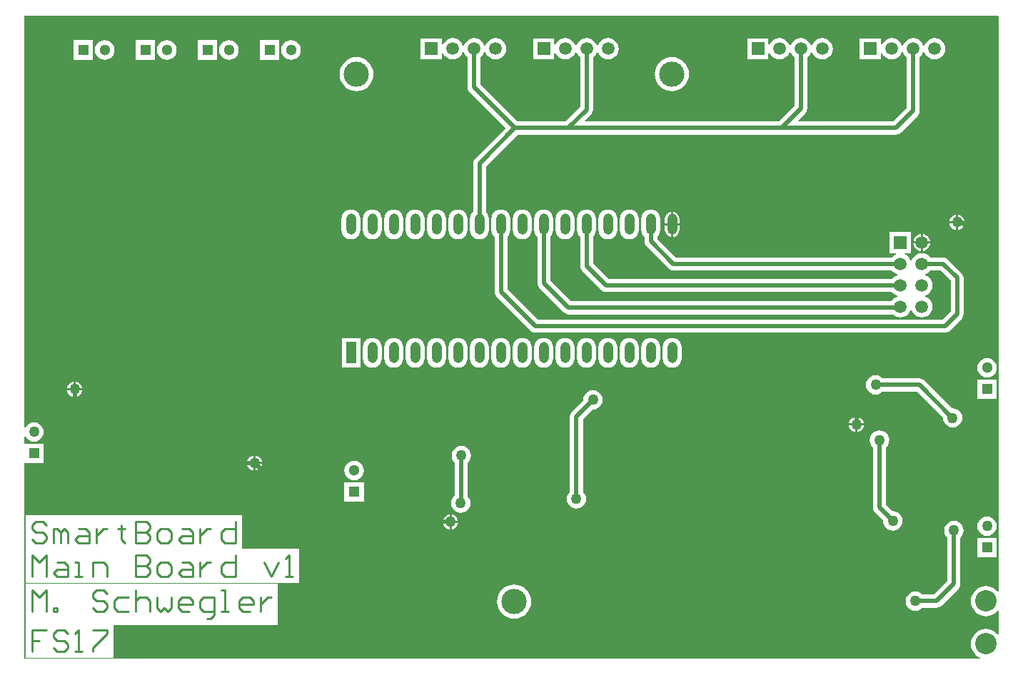
<source format=gtl>
%FSLAX25Y25*%
%MOIN*%
G70*
G01*
G75*
G04 Layer_Physical_Order=1*
G04 Layer_Color=255*
%ADD10C,0.02000*%
%ADD11C,0.01000*%
%ADD12C,0.10000*%
%ADD13C,0.05118*%
%ADD14R,0.05118X0.05118*%
%ADD15R,0.05118X0.05118*%
%ADD16C,0.11811*%
%ADD17R,0.05000X0.05000*%
%ADD18C,0.05000*%
%ADD19R,0.04724X0.09843*%
%ADD20O,0.04724X0.09843*%
%ADD21R,0.05906X0.05906*%
%ADD22C,0.05906*%
%ADD23R,0.05906X0.05906*%
G36*
X462500Y307500D02*
Y39011D01*
X462000Y38832D01*
X461474Y39474D01*
X460408Y40349D01*
X459192Y40999D01*
X457872Y41399D01*
X456500Y41534D01*
X455128Y41399D01*
X453808Y40999D01*
X452592Y40349D01*
X451526Y39474D01*
X450652Y38408D01*
X450002Y37192D01*
X449601Y35872D01*
X449466Y34500D01*
X449601Y33128D01*
X450002Y31808D01*
X450652Y30592D01*
X451526Y29526D01*
X452592Y28651D01*
X453808Y28001D01*
X455128Y27601D01*
X456500Y27466D01*
X457872Y27601D01*
X459192Y28001D01*
X460408Y28651D01*
X461474Y29526D01*
X462000Y30168D01*
X462500Y29989D01*
Y19011D01*
X462000Y18832D01*
X461474Y19474D01*
X460408Y20348D01*
X459192Y20998D01*
X457872Y21399D01*
X456500Y21534D01*
X455128Y21399D01*
X453808Y20998D01*
X452592Y20348D01*
X451526Y19474D01*
X450652Y18408D01*
X450002Y17192D01*
X449601Y15872D01*
X449466Y14500D01*
X449601Y13128D01*
X450002Y11808D01*
X450652Y10592D01*
X451526Y9526D01*
X452592Y8652D01*
X453808Y8002D01*
X453813Y8000D01*
X453739Y7500D01*
X7500D01*
Y99000D01*
X16500D01*
Y108000D01*
X7500D01*
Y111298D01*
X8000Y111398D01*
X8069Y111231D01*
X8791Y110291D01*
X9731Y109569D01*
X10825Y109116D01*
X12000Y108961D01*
X13175Y109116D01*
X14269Y109569D01*
X15209Y110291D01*
X15931Y111231D01*
X16384Y112325D01*
X16539Y113500D01*
X16384Y114675D01*
X15931Y115769D01*
X15209Y116709D01*
X14269Y117431D01*
X13175Y117884D01*
X12000Y118039D01*
X10825Y117884D01*
X9731Y117431D01*
X8791Y116709D01*
X8069Y115769D01*
X8000Y115602D01*
X7500Y115702D01*
Y308000D01*
X462000D01*
X462500Y307500D01*
D02*
G37*
%LPC*%
G36*
X34464Y133000D02*
X31500D01*
Y130036D01*
X31914Y130090D01*
X32765Y130443D01*
X33496Y131004D01*
X34057Y131735D01*
X34410Y132586D01*
X34464Y133000D01*
D02*
G37*
G36*
X30500D02*
X27536D01*
X27590Y132586D01*
X27943Y131735D01*
X28504Y131004D01*
X29235Y130443D01*
X30086Y130090D01*
X30500Y130036D01*
Y133000D01*
D02*
G37*
G36*
X31500Y136964D02*
Y134000D01*
X34464D01*
X34410Y134414D01*
X34057Y135265D01*
X33496Y135996D01*
X32765Y136557D01*
X31914Y136910D01*
X31500Y136964D01*
D02*
G37*
G36*
X30500D02*
X30086Y136910D01*
X29235Y136557D01*
X28504Y135996D01*
X27943Y135265D01*
X27590Y134414D01*
X27536Y134000D01*
X30500D01*
Y136964D01*
D02*
G37*
G36*
X461559Y138059D02*
X452441D01*
Y128941D01*
X461559D01*
Y138059D01*
D02*
G37*
G36*
X395500Y120464D02*
X395086Y120410D01*
X394235Y120057D01*
X393504Y119496D01*
X392943Y118765D01*
X392590Y117914D01*
X392536Y117500D01*
X395500D01*
Y120464D01*
D02*
G37*
G36*
X405000Y140039D02*
X403825Y139884D01*
X402731Y139431D01*
X401791Y138709D01*
X401069Y137769D01*
X400616Y136675D01*
X400461Y135500D01*
X400616Y134325D01*
X401069Y133231D01*
X401791Y132291D01*
X402731Y131569D01*
X403825Y131116D01*
X405000Y130961D01*
X406175Y131116D01*
X407269Y131569D01*
X408209Y132291D01*
X408350Y132474D01*
X424247D01*
X436399Y120322D01*
X436369Y120092D01*
X436523Y118918D01*
X436977Y117823D01*
X437698Y116883D01*
X438638Y116162D01*
X439733Y115708D01*
X440907Y115554D01*
X442082Y115708D01*
X443177Y116162D01*
X444117Y116883D01*
X444838Y117823D01*
X445292Y118918D01*
X445446Y120092D01*
X445292Y121267D01*
X444838Y122362D01*
X444117Y123302D01*
X443177Y124023D01*
X442082Y124477D01*
X440907Y124631D01*
X440678Y124601D01*
X427640Y137640D01*
X427013Y138120D01*
X426799Y138209D01*
X426283Y138423D01*
X425500Y138526D01*
X408350D01*
X408209Y138709D01*
X407269Y139431D01*
X406175Y139884D01*
X405000Y140039D01*
D02*
G37*
G36*
X273000Y133039D02*
X271825Y132884D01*
X270731Y132431D01*
X269791Y131709D01*
X269069Y130769D01*
X268616Y129675D01*
X268461Y128500D01*
X268491Y128271D01*
X263136Y122915D01*
X262655Y122289D01*
X262567Y122075D01*
X262353Y121559D01*
X262250Y120776D01*
Y85575D01*
X262066Y85434D01*
X261345Y84494D01*
X260891Y83399D01*
X260737Y82224D01*
X260891Y81050D01*
X261345Y79955D01*
X262066Y79015D01*
X263006Y78294D01*
X264101Y77840D01*
X265276Y77686D01*
X266450Y77840D01*
X267545Y78294D01*
X268485Y79015D01*
X269206Y79955D01*
X269660Y81050D01*
X269814Y82224D01*
X269660Y83399D01*
X269206Y84494D01*
X268485Y85434D01*
X268302Y85575D01*
Y119522D01*
X272771Y123991D01*
X273000Y123961D01*
X274175Y124116D01*
X275269Y124569D01*
X276209Y125291D01*
X276931Y126231D01*
X277384Y127325D01*
X277539Y128500D01*
X277384Y129675D01*
X276931Y130769D01*
X276209Y131709D01*
X275269Y132431D01*
X274175Y132884D01*
X273000Y133039D01*
D02*
G37*
G36*
X396500Y120464D02*
Y117500D01*
X399464D01*
X399410Y117914D01*
X399057Y118765D01*
X398496Y119496D01*
X397765Y120057D01*
X396914Y120410D01*
X396500Y120464D01*
D02*
G37*
G36*
X220000Y157459D02*
X218861Y157309D01*
X217800Y156869D01*
X216889Y156170D01*
X216190Y155259D01*
X215750Y154198D01*
X215600Y153059D01*
Y147941D01*
X215750Y146802D01*
X216190Y145741D01*
X216889Y144830D01*
X217800Y144131D01*
X218861Y143691D01*
X220000Y143541D01*
X221139Y143691D01*
X222200Y144131D01*
X223111Y144830D01*
X223810Y145741D01*
X224250Y146802D01*
X224400Y147941D01*
Y153059D01*
X224250Y154198D01*
X223810Y155259D01*
X223111Y156170D01*
X222200Y156869D01*
X221139Y157309D01*
X220000Y157459D01*
D02*
G37*
G36*
X210000D02*
X208861Y157309D01*
X207800Y156869D01*
X206889Y156170D01*
X206190Y155259D01*
X205750Y154198D01*
X205600Y153059D01*
Y147941D01*
X205750Y146802D01*
X206190Y145741D01*
X206889Y144830D01*
X207800Y144131D01*
X208861Y143691D01*
X210000Y143541D01*
X211139Y143691D01*
X212200Y144131D01*
X213111Y144830D01*
X213810Y145741D01*
X214250Y146802D01*
X214400Y147941D01*
Y153059D01*
X214250Y154198D01*
X213810Y155259D01*
X213111Y156170D01*
X212200Y156869D01*
X211139Y157309D01*
X210000Y157459D01*
D02*
G37*
G36*
X230000D02*
X228861Y157309D01*
X227800Y156869D01*
X226889Y156170D01*
X226190Y155259D01*
X225750Y154198D01*
X225600Y153059D01*
Y147941D01*
X225750Y146802D01*
X226190Y145741D01*
X226889Y144830D01*
X227800Y144131D01*
X228861Y143691D01*
X230000Y143541D01*
X231139Y143691D01*
X232200Y144131D01*
X233111Y144830D01*
X233810Y145741D01*
X234250Y146802D01*
X234400Y147941D01*
Y153059D01*
X234250Y154198D01*
X233810Y155259D01*
X233111Y156170D01*
X232200Y156869D01*
X231139Y157309D01*
X230000Y157459D01*
D02*
G37*
G36*
X250000D02*
X248861Y157309D01*
X247800Y156869D01*
X246889Y156170D01*
X246190Y155259D01*
X245750Y154198D01*
X245600Y153059D01*
Y147941D01*
X245750Y146802D01*
X246190Y145741D01*
X246889Y144830D01*
X247800Y144131D01*
X248861Y143691D01*
X250000Y143541D01*
X251139Y143691D01*
X252200Y144131D01*
X253111Y144830D01*
X253810Y145741D01*
X254250Y146802D01*
X254400Y147941D01*
Y153059D01*
X254250Y154198D01*
X253810Y155259D01*
X253111Y156170D01*
X252200Y156869D01*
X251139Y157309D01*
X250000Y157459D01*
D02*
G37*
G36*
X240000D02*
X238861Y157309D01*
X237800Y156869D01*
X236889Y156170D01*
X236190Y155259D01*
X235750Y154198D01*
X235600Y153059D01*
Y147941D01*
X235750Y146802D01*
X236190Y145741D01*
X236889Y144830D01*
X237800Y144131D01*
X238861Y143691D01*
X240000Y143541D01*
X241139Y143691D01*
X242200Y144131D01*
X243111Y144830D01*
X243810Y145741D01*
X244250Y146802D01*
X244400Y147941D01*
Y153059D01*
X244250Y154198D01*
X243810Y155259D01*
X243111Y156170D01*
X242200Y156869D01*
X241139Y157309D01*
X240000Y157459D01*
D02*
G37*
G36*
X170000D02*
X168861Y157309D01*
X167800Y156869D01*
X166889Y156170D01*
X166190Y155259D01*
X165750Y154198D01*
X165600Y153059D01*
Y147941D01*
X165750Y146802D01*
X166190Y145741D01*
X166889Y144830D01*
X167800Y144131D01*
X168861Y143691D01*
X170000Y143541D01*
X171139Y143691D01*
X172200Y144131D01*
X173111Y144830D01*
X173810Y145741D01*
X174250Y146802D01*
X174400Y147941D01*
Y153059D01*
X174250Y154198D01*
X173810Y155259D01*
X173111Y156170D01*
X172200Y156869D01*
X171139Y157309D01*
X170000Y157459D01*
D02*
G37*
G36*
X457000Y148098D02*
X455810Y147942D01*
X454701Y147482D01*
X453748Y146751D01*
X453018Y145799D01*
X452558Y144690D01*
X452402Y143500D01*
X452558Y142310D01*
X453018Y141201D01*
X453748Y140249D01*
X454701Y139518D01*
X455810Y139058D01*
X457000Y138902D01*
X458190Y139058D01*
X459299Y139518D01*
X460252Y140249D01*
X460982Y141201D01*
X461442Y142310D01*
X461598Y143500D01*
X461442Y144690D01*
X460982Y145799D01*
X460252Y146751D01*
X459299Y147482D01*
X458190Y147942D01*
X457000Y148098D01*
D02*
G37*
G36*
X180000Y157459D02*
X178861Y157309D01*
X177800Y156869D01*
X176889Y156170D01*
X176190Y155259D01*
X175750Y154198D01*
X175600Y153059D01*
Y147941D01*
X175750Y146802D01*
X176190Y145741D01*
X176889Y144830D01*
X177800Y144131D01*
X178861Y143691D01*
X180000Y143541D01*
X181139Y143691D01*
X182200Y144131D01*
X183111Y144830D01*
X183810Y145741D01*
X184250Y146802D01*
X184400Y147941D01*
Y153059D01*
X184250Y154198D01*
X183810Y155259D01*
X183111Y156170D01*
X182200Y156869D01*
X181139Y157309D01*
X180000Y157459D01*
D02*
G37*
G36*
X200000D02*
X198861Y157309D01*
X197800Y156869D01*
X196889Y156170D01*
X196190Y155259D01*
X195750Y154198D01*
X195600Y153059D01*
Y147941D01*
X195750Y146802D01*
X196190Y145741D01*
X196889Y144830D01*
X197800Y144131D01*
X198861Y143691D01*
X200000Y143541D01*
X201139Y143691D01*
X202200Y144131D01*
X203111Y144830D01*
X203810Y145741D01*
X204250Y146802D01*
X204400Y147941D01*
Y153059D01*
X204250Y154198D01*
X203810Y155259D01*
X203111Y156170D01*
X202200Y156869D01*
X201139Y157309D01*
X200000Y157459D01*
D02*
G37*
G36*
X190000D02*
X188861Y157309D01*
X187800Y156869D01*
X186889Y156170D01*
X186190Y155259D01*
X185750Y154198D01*
X185600Y153059D01*
Y147941D01*
X185750Y146802D01*
X186190Y145741D01*
X186889Y144830D01*
X187800Y144131D01*
X188861Y143691D01*
X190000Y143541D01*
X191139Y143691D01*
X192200Y144131D01*
X193111Y144830D01*
X193810Y145741D01*
X194250Y146802D01*
X194400Y147941D01*
Y153059D01*
X194250Y154198D01*
X193810Y155259D01*
X193111Y156170D01*
X192200Y156869D01*
X191139Y157309D01*
X190000Y157459D01*
D02*
G37*
G36*
X399464Y116500D02*
X396500D01*
Y113536D01*
X396914Y113590D01*
X397765Y113943D01*
X398496Y114504D01*
X399057Y115235D01*
X399410Y116086D01*
X399464Y116500D01*
D02*
G37*
G36*
X406760Y114279D02*
X405585Y114124D01*
X404490Y113671D01*
X403550Y112950D01*
X402829Y112010D01*
X402376Y110915D01*
X402221Y109740D01*
X402376Y108565D01*
X402829Y107471D01*
X403550Y106531D01*
X403734Y106390D01*
Y78240D01*
X403837Y77457D01*
X404051Y76941D01*
X404139Y76727D01*
X404620Y76100D01*
X408491Y72229D01*
X408461Y72000D01*
X408616Y70825D01*
X409069Y69731D01*
X409791Y68791D01*
X410731Y68069D01*
X411825Y67616D01*
X413000Y67461D01*
X414175Y67616D01*
X415269Y68069D01*
X416209Y68791D01*
X416931Y69731D01*
X417384Y70825D01*
X417539Y72000D01*
X417384Y73175D01*
X416931Y74269D01*
X416209Y75209D01*
X415269Y75931D01*
X414175Y76384D01*
X413000Y76539D01*
X412771Y76509D01*
X409786Y79493D01*
Y106390D01*
X409969Y106531D01*
X410691Y107471D01*
X411144Y108565D01*
X411299Y109740D01*
X411144Y110915D01*
X410691Y112010D01*
X409969Y112950D01*
X409029Y113671D01*
X407935Y114124D01*
X406760Y114279D01*
D02*
G37*
G36*
X457000Y74039D02*
X455825Y73884D01*
X454731Y73431D01*
X453791Y72709D01*
X453069Y71769D01*
X452616Y70675D01*
X452461Y69500D01*
X452616Y68325D01*
X453069Y67231D01*
X453791Y66291D01*
X454731Y65569D01*
X455825Y65116D01*
X457000Y64961D01*
X458175Y65116D01*
X459269Y65569D01*
X460209Y66291D01*
X460931Y67231D01*
X461384Y68325D01*
X461539Y69500D01*
X461384Y70675D01*
X460931Y71769D01*
X460209Y72709D01*
X459269Y73431D01*
X458175Y73884D01*
X457000Y74039D01*
D02*
G37*
G36*
X209964Y71000D02*
X207000D01*
Y68036D01*
X207414Y68090D01*
X208265Y68443D01*
X208996Y69004D01*
X209557Y69735D01*
X209910Y70586D01*
X209964Y71000D01*
D02*
G37*
G36*
X206000D02*
X203036D01*
X203090Y70586D01*
X203443Y69735D01*
X204004Y69004D01*
X204735Y68443D01*
X205586Y68090D01*
X206000Y68036D01*
Y71000D01*
D02*
G37*
G36*
X461500Y64000D02*
X452500D01*
Y55000D01*
X461500D01*
Y64000D01*
D02*
G37*
G36*
X236221Y42196D02*
X234671Y42043D01*
X233180Y41591D01*
X231807Y40857D01*
X230603Y39869D01*
X229615Y38665D01*
X228881Y37292D01*
X228429Y35802D01*
X228277Y34252D01*
X228429Y32702D01*
X228881Y31212D01*
X229615Y29839D01*
X230603Y28635D01*
X231807Y27647D01*
X233180Y26913D01*
X234671Y26461D01*
X236221Y26308D01*
X237770Y26461D01*
X239260Y26913D01*
X240634Y27647D01*
X241838Y28635D01*
X242826Y29839D01*
X243560Y31212D01*
X244012Y32702D01*
X244164Y34252D01*
X244012Y35802D01*
X243560Y37292D01*
X242826Y38665D01*
X241838Y39869D01*
X240634Y40857D01*
X239260Y41591D01*
X237770Y42043D01*
X236221Y42196D01*
D02*
G37*
G36*
X125631Y42497D02*
X8000D01*
Y23168D01*
Y8000D01*
X48989D01*
Y23168D01*
X125631D01*
Y42497D01*
D02*
G37*
G36*
X108969Y74497D02*
X8000D01*
Y58500D01*
Y43000D01*
X135627D01*
Y58997D01*
X108969D01*
Y74497D01*
D02*
G37*
G36*
X441500Y72039D02*
X440325Y71884D01*
X439231Y71431D01*
X438291Y70709D01*
X437569Y69769D01*
X437116Y68675D01*
X436961Y67500D01*
X437116Y66325D01*
X437569Y65231D01*
X438291Y64291D01*
X438474Y64150D01*
Y43753D01*
X432247Y37526D01*
X426850D01*
X426709Y37709D01*
X425769Y38431D01*
X424675Y38884D01*
X423500Y39039D01*
X422325Y38884D01*
X421231Y38431D01*
X420291Y37709D01*
X419569Y36769D01*
X419116Y35675D01*
X418961Y34500D01*
X419116Y33325D01*
X419569Y32231D01*
X420291Y31291D01*
X421231Y30569D01*
X422325Y30116D01*
X423500Y29961D01*
X424675Y30116D01*
X425769Y30569D01*
X426709Y31291D01*
X426850Y31474D01*
X433500D01*
X434283Y31577D01*
X434799Y31791D01*
X435013Y31879D01*
X435640Y32360D01*
X443640Y40360D01*
X444121Y40987D01*
X444423Y41717D01*
X444526Y42500D01*
Y64150D01*
X444709Y64291D01*
X445431Y65231D01*
X445884Y66325D01*
X446039Y67500D01*
X445884Y68675D01*
X445431Y69769D01*
X444709Y70709D01*
X443769Y71431D01*
X442675Y71884D01*
X441500Y72039D01*
D02*
G37*
G36*
X206000Y74964D02*
X205586Y74910D01*
X204735Y74557D01*
X204004Y73996D01*
X203443Y73265D01*
X203090Y72414D01*
X203036Y72000D01*
X206000D01*
Y74964D01*
D02*
G37*
G36*
X114500Y102464D02*
X114086Y102410D01*
X113235Y102057D01*
X112504Y101496D01*
X111943Y100765D01*
X111590Y99914D01*
X111536Y99500D01*
X114500D01*
Y102464D01*
D02*
G37*
G36*
X118464Y98500D02*
X115500D01*
Y95536D01*
X115914Y95590D01*
X116765Y95943D01*
X117496Y96504D01*
X118057Y97235D01*
X118410Y98086D01*
X118464Y98500D01*
D02*
G37*
G36*
X395500Y116500D02*
X392536D01*
X392590Y116086D01*
X392943Y115235D01*
X393504Y114504D01*
X394235Y113943D01*
X395086Y113590D01*
X395500Y113536D01*
Y116500D01*
D02*
G37*
G36*
X115500Y102464D02*
Y99500D01*
X118464D01*
X118410Y99914D01*
X118057Y100765D01*
X117496Y101496D01*
X116765Y102057D01*
X115914Y102410D01*
X115500Y102464D01*
D02*
G37*
G36*
X114500Y98500D02*
X111536D01*
X111590Y98086D01*
X111943Y97235D01*
X112504Y96504D01*
X113235Y95943D01*
X114086Y95590D01*
X114500Y95536D01*
Y98500D01*
D02*
G37*
G36*
X211500Y107039D02*
X210325Y106884D01*
X209231Y106431D01*
X208291Y105709D01*
X207569Y104769D01*
X207116Y103675D01*
X206961Y102500D01*
X207116Y101325D01*
X207569Y100231D01*
X208291Y99291D01*
X208474Y99150D01*
Y83798D01*
X208066Y83485D01*
X207345Y82545D01*
X206891Y81450D01*
X206737Y80276D01*
X206891Y79101D01*
X207345Y78006D01*
X208066Y77066D01*
X209006Y76345D01*
X210101Y75891D01*
X211276Y75737D01*
X212450Y75891D01*
X213545Y76345D01*
X214485Y77066D01*
X215206Y78006D01*
X215660Y79101D01*
X215814Y80276D01*
X215660Y81450D01*
X215206Y82545D01*
X214526Y83432D01*
Y99150D01*
X214709Y99291D01*
X215431Y100231D01*
X215884Y101325D01*
X216039Y102500D01*
X215884Y103675D01*
X215431Y104769D01*
X214709Y105709D01*
X213769Y106431D01*
X212675Y106884D01*
X211500Y107039D01*
D02*
G37*
G36*
X207000Y74964D02*
Y72000D01*
X209964D01*
X209910Y72414D01*
X209557Y73265D01*
X208996Y73996D01*
X208265Y74557D01*
X207414Y74910D01*
X207000Y74964D01*
D02*
G37*
G36*
X161500Y100098D02*
X160310Y99942D01*
X159201Y99482D01*
X158248Y98751D01*
X157518Y97799D01*
X157058Y96690D01*
X156902Y95500D01*
X157058Y94310D01*
X157518Y93201D01*
X158248Y92248D01*
X159201Y91518D01*
X160310Y91058D01*
X161500Y90902D01*
X162690Y91058D01*
X163799Y91518D01*
X164752Y92248D01*
X165482Y93201D01*
X165942Y94310D01*
X166098Y95500D01*
X165942Y96690D01*
X165482Y97799D01*
X164752Y98751D01*
X163799Y99482D01*
X162690Y99942D01*
X161500Y100098D01*
D02*
G37*
G36*
X166059Y90059D02*
X156941D01*
Y80941D01*
X166059D01*
Y90059D01*
D02*
G37*
G36*
X260000Y157459D02*
X258861Y157309D01*
X257800Y156869D01*
X256889Y156170D01*
X256190Y155259D01*
X255750Y154198D01*
X255600Y153059D01*
Y147941D01*
X255750Y146802D01*
X256190Y145741D01*
X256889Y144830D01*
X257800Y144131D01*
X258861Y143691D01*
X260000Y143541D01*
X261139Y143691D01*
X262200Y144131D01*
X263111Y144830D01*
X263810Y145741D01*
X264250Y146802D01*
X264400Y147941D01*
Y153059D01*
X264250Y154198D01*
X263810Y155259D01*
X263111Y156170D01*
X262200Y156869D01*
X261139Y157309D01*
X260000Y157459D01*
D02*
G37*
G36*
X310500Y216385D02*
Y211000D01*
X313391D01*
Y213059D01*
X313276Y213937D01*
X312937Y214755D01*
X312398Y215457D01*
X311696Y215996D01*
X310878Y216335D01*
X310500Y216385D01*
D02*
G37*
G36*
X309500D02*
X309122Y216335D01*
X308304Y215996D01*
X307602Y215457D01*
X307063Y214755D01*
X306724Y213937D01*
X306609Y213059D01*
Y211000D01*
X309500D01*
Y216385D01*
D02*
G37*
G36*
X442500Y214964D02*
X442086Y214910D01*
X441235Y214557D01*
X440504Y213996D01*
X439943Y213265D01*
X439590Y212414D01*
X439536Y212000D01*
X442500D01*
Y214964D01*
D02*
G37*
G36*
X162598Y288652D02*
X161049Y288500D01*
X159558Y288048D01*
X158185Y287314D01*
X156981Y286326D01*
X155993Y285122D01*
X155259Y283749D01*
X154807Y282258D01*
X154655Y280709D01*
X154807Y279159D01*
X155259Y277669D01*
X155993Y276295D01*
X156981Y275092D01*
X158185Y274104D01*
X159558Y273370D01*
X161049Y272918D01*
X162598Y272765D01*
X164148Y272918D01*
X165638Y273370D01*
X167012Y274104D01*
X168216Y275092D01*
X169203Y276295D01*
X169938Y277669D01*
X170390Y279159D01*
X170542Y280709D01*
X170390Y282258D01*
X169938Y283749D01*
X169203Y285122D01*
X168216Y286326D01*
X167012Y287314D01*
X165638Y288048D01*
X164148Y288500D01*
X162598Y288652D01*
D02*
G37*
G36*
X443500Y214964D02*
Y212000D01*
X446464D01*
X446410Y212414D01*
X446057Y213265D01*
X445496Y213996D01*
X444765Y214557D01*
X443914Y214910D01*
X443500Y214964D01*
D02*
G37*
G36*
X309500Y210000D02*
X306609D01*
Y207941D01*
X306724Y207063D01*
X307063Y206245D01*
X307602Y205543D01*
X308304Y205004D01*
X309122Y204665D01*
X309500Y204616D01*
Y210000D01*
D02*
G37*
G36*
X290000Y217459D02*
X288861Y217309D01*
X287800Y216869D01*
X286889Y216170D01*
X286190Y215259D01*
X285750Y214198D01*
X285600Y213059D01*
Y207941D01*
X285750Y206802D01*
X286190Y205741D01*
X286889Y204830D01*
X287800Y204131D01*
X288861Y203691D01*
X290000Y203541D01*
X291139Y203691D01*
X292200Y204131D01*
X293111Y204830D01*
X293810Y205741D01*
X294250Y206802D01*
X294400Y207941D01*
Y213059D01*
X294250Y214198D01*
X293810Y215259D01*
X293111Y216170D01*
X292200Y216869D01*
X291139Y217309D01*
X290000Y217459D01*
D02*
G37*
G36*
X313391Y210000D02*
X310500D01*
Y204616D01*
X310878Y204665D01*
X311696Y205004D01*
X312398Y205543D01*
X312937Y206245D01*
X313276Y207063D01*
X313391Y207941D01*
Y210000D01*
D02*
G37*
G36*
X446464Y211000D02*
X443500D01*
Y208036D01*
X443914Y208090D01*
X444765Y208443D01*
X445496Y209004D01*
X446057Y209735D01*
X446410Y210586D01*
X446464Y211000D01*
D02*
G37*
G36*
X442500D02*
X439536D01*
X439590Y210586D01*
X439943Y209735D01*
X440504Y209004D01*
X441235Y208443D01*
X442086Y208090D01*
X442500Y208036D01*
Y211000D01*
D02*
G37*
G36*
X68559Y296559D02*
X59441D01*
Y287441D01*
X68559D01*
Y296559D01*
D02*
G37*
G36*
X39559D02*
X30441D01*
Y287441D01*
X39559D01*
Y296559D01*
D02*
G37*
G36*
X97559D02*
X88441D01*
Y287441D01*
X97559D01*
Y296559D01*
D02*
G37*
G36*
X432500Y297496D02*
X431207Y297325D01*
X430002Y296826D01*
X428968Y296032D01*
X428174Y294998D01*
X427771Y294024D01*
X427229D01*
X426826Y294998D01*
X426032Y296032D01*
X424998Y296826D01*
X423793Y297325D01*
X422500Y297496D01*
X421207Y297325D01*
X420002Y296826D01*
X418968Y296032D01*
X418174Y294998D01*
X417771Y294024D01*
X417229D01*
X416826Y294998D01*
X416032Y296032D01*
X414998Y296826D01*
X413793Y297325D01*
X412500Y297496D01*
X411207Y297325D01*
X410002Y296826D01*
X408968Y296032D01*
X408174Y294998D01*
X407953Y294464D01*
X407453Y294564D01*
Y297453D01*
X397547D01*
Y287547D01*
X407453D01*
Y290436D01*
X407953Y290536D01*
X408174Y290002D01*
X408968Y288968D01*
X410002Y288174D01*
X411207Y287675D01*
X412500Y287505D01*
X413793Y287675D01*
X414998Y288174D01*
X416032Y288968D01*
X416826Y290002D01*
X417229Y290976D01*
X417771D01*
X418174Y290002D01*
X418968Y288968D01*
X419474Y288579D01*
Y264753D01*
X413247Y258526D01*
X368958D01*
X368767Y258988D01*
X372140Y262360D01*
X372621Y262987D01*
X372709Y263201D01*
X372923Y263717D01*
X373026Y264500D01*
Y288579D01*
X373532Y288968D01*
X374326Y290002D01*
X374729Y290976D01*
X375271D01*
X375674Y290002D01*
X376468Y288968D01*
X377502Y288174D01*
X378707Y287675D01*
X380000Y287505D01*
X381293Y287675D01*
X382498Y288174D01*
X383532Y288968D01*
X384326Y290002D01*
X384825Y291207D01*
X384996Y292500D01*
X384825Y293793D01*
X384326Y294998D01*
X383532Y296032D01*
X382498Y296826D01*
X381293Y297325D01*
X380000Y297496D01*
X378707Y297325D01*
X377502Y296826D01*
X376468Y296032D01*
X375674Y294998D01*
X375271Y294024D01*
X374729D01*
X374326Y294998D01*
X373532Y296032D01*
X372498Y296826D01*
X371293Y297325D01*
X370000Y297496D01*
X368707Y297325D01*
X367502Y296826D01*
X366468Y296032D01*
X365674Y294998D01*
X365271Y294024D01*
X364729D01*
X364326Y294998D01*
X363532Y296032D01*
X362498Y296826D01*
X361293Y297325D01*
X360000Y297496D01*
X358707Y297325D01*
X357502Y296826D01*
X356468Y296032D01*
X355674Y294998D01*
X355453Y294464D01*
X354953Y294564D01*
Y297453D01*
X345047D01*
Y287547D01*
X354953D01*
Y290436D01*
X355453Y290536D01*
X355674Y290002D01*
X356468Y288968D01*
X357502Y288174D01*
X358707Y287675D01*
X360000Y287505D01*
X361293Y287675D01*
X362498Y288174D01*
X363532Y288968D01*
X364326Y290002D01*
X364729Y290976D01*
X365271D01*
X365674Y290002D01*
X366468Y288968D01*
X366974Y288579D01*
Y265753D01*
X359747Y258526D01*
X269458D01*
X269267Y258988D01*
X272140Y261860D01*
X272140Y261860D01*
X272348Y262133D01*
X272621Y262487D01*
X272923Y263217D01*
X273026Y264000D01*
X273026Y264000D01*
Y288579D01*
X273532Y288968D01*
X274326Y290002D01*
X274729Y290976D01*
X275271D01*
X275674Y290002D01*
X276468Y288968D01*
X277502Y288174D01*
X278707Y287675D01*
X280000Y287505D01*
X281293Y287675D01*
X282498Y288174D01*
X283532Y288968D01*
X284326Y290002D01*
X284825Y291207D01*
X284996Y292500D01*
X284825Y293793D01*
X284326Y294998D01*
X283532Y296032D01*
X282498Y296826D01*
X281293Y297325D01*
X280000Y297496D01*
X278707Y297325D01*
X277502Y296826D01*
X276468Y296032D01*
X275674Y294998D01*
X275271Y294024D01*
X274729D01*
X274326Y294998D01*
X273532Y296032D01*
X272498Y296826D01*
X271293Y297325D01*
X270000Y297496D01*
X268707Y297325D01*
X267502Y296826D01*
X266468Y296032D01*
X265674Y294998D01*
X265271Y294024D01*
X264729D01*
X264326Y294998D01*
X263532Y296032D01*
X262498Y296826D01*
X261293Y297325D01*
X260000Y297496D01*
X258707Y297325D01*
X257502Y296826D01*
X256468Y296032D01*
X255674Y294998D01*
X255453Y294464D01*
X254953Y294564D01*
Y297453D01*
X245047D01*
Y287547D01*
X254953D01*
Y290436D01*
X255453Y290536D01*
X255674Y290002D01*
X256468Y288968D01*
X257502Y288174D01*
X258707Y287675D01*
X260000Y287505D01*
X261293Y287675D01*
X262498Y288174D01*
X263532Y288968D01*
X264326Y290002D01*
X264729Y290976D01*
X265271D01*
X265674Y290002D01*
X266468Y288968D01*
X266974Y288579D01*
Y265253D01*
X260247Y258526D01*
X237753D01*
X220526Y275753D01*
Y288579D01*
X221032Y288968D01*
X221826Y290002D01*
X222229Y290976D01*
X222771D01*
X223174Y290002D01*
X223968Y288968D01*
X225002Y288174D01*
X226207Y287675D01*
X227500Y287505D01*
X228793Y287675D01*
X229998Y288174D01*
X231032Y288968D01*
X231826Y290002D01*
X232325Y291207D01*
X232495Y292500D01*
X232325Y293793D01*
X231826Y294998D01*
X231032Y296032D01*
X229998Y296826D01*
X228793Y297325D01*
X227500Y297496D01*
X226207Y297325D01*
X225002Y296826D01*
X223968Y296032D01*
X223174Y294998D01*
X222771Y294024D01*
X222229D01*
X221826Y294998D01*
X221032Y296032D01*
X219998Y296826D01*
X218793Y297325D01*
X217500Y297496D01*
X216207Y297325D01*
X215002Y296826D01*
X213968Y296032D01*
X213174Y294998D01*
X212771Y294024D01*
X212229D01*
X211826Y294998D01*
X211032Y296032D01*
X209998Y296826D01*
X208793Y297325D01*
X207500Y297496D01*
X206207Y297325D01*
X205002Y296826D01*
X203968Y296032D01*
X203174Y294998D01*
X202953Y294464D01*
X202453Y294564D01*
Y297453D01*
X192547D01*
Y287547D01*
X202453D01*
Y290436D01*
X202953Y290536D01*
X203174Y290002D01*
X203968Y288968D01*
X205002Y288174D01*
X206207Y287675D01*
X207500Y287505D01*
X208793Y287675D01*
X209998Y288174D01*
X211032Y288968D01*
X211826Y290002D01*
X212229Y290976D01*
X212771D01*
X213174Y290002D01*
X213968Y288968D01*
X214474Y288579D01*
Y274500D01*
X214577Y273717D01*
X214791Y273201D01*
X214879Y272987D01*
X215360Y272360D01*
X231971Y255750D01*
Y255250D01*
X217860Y241140D01*
X217379Y240513D01*
X217291Y240299D01*
X217077Y239783D01*
X216974Y239000D01*
Y216236D01*
X216889Y216170D01*
X216190Y215259D01*
X215750Y214198D01*
X215600Y213059D01*
Y207941D01*
X215750Y206802D01*
X216190Y205741D01*
X216889Y204830D01*
X217800Y204131D01*
X218861Y203691D01*
X220000Y203541D01*
X221139Y203691D01*
X222200Y204131D01*
X223111Y204830D01*
X223810Y205741D01*
X224250Y206802D01*
X224400Y207941D01*
Y213059D01*
X224250Y214198D01*
X223810Y215259D01*
X223111Y216170D01*
X223026Y216236D01*
Y237747D01*
X237753Y252474D01*
X414500D01*
X415283Y252577D01*
X415799Y252791D01*
X416013Y252880D01*
X416640Y253360D01*
X424640Y261360D01*
X425120Y261987D01*
X425423Y262717D01*
X425526Y263500D01*
Y288579D01*
X426032Y288968D01*
X426826Y290002D01*
X427229Y290976D01*
X427771D01*
X428174Y290002D01*
X428968Y288968D01*
X430002Y288174D01*
X431207Y287675D01*
X432500Y287505D01*
X433793Y287675D01*
X434998Y288174D01*
X436032Y288968D01*
X436826Y290002D01*
X437325Y291207D01*
X437496Y292500D01*
X437325Y293793D01*
X436826Y294998D01*
X436032Y296032D01*
X434998Y296826D01*
X433793Y297325D01*
X432500Y297496D01*
D02*
G37*
G36*
X126559Y296559D02*
X117441D01*
Y287441D01*
X126559D01*
Y296559D01*
D02*
G37*
G36*
X45000Y296598D02*
X43810Y296442D01*
X42701Y295982D01*
X41748Y295251D01*
X41018Y294299D01*
X40558Y293190D01*
X40402Y292000D01*
X40558Y290810D01*
X41018Y289701D01*
X41748Y288749D01*
X42701Y288018D01*
X43810Y287558D01*
X45000Y287402D01*
X46190Y287558D01*
X47299Y288018D01*
X48252Y288749D01*
X48982Y289701D01*
X49442Y290810D01*
X49598Y292000D01*
X49442Y293190D01*
X48982Y294299D01*
X48252Y295251D01*
X47299Y295982D01*
X46190Y296442D01*
X45000Y296598D01*
D02*
G37*
G36*
X309842Y288652D02*
X308293Y288500D01*
X306803Y288048D01*
X305429Y287314D01*
X304225Y286326D01*
X303238Y285122D01*
X302503Y283749D01*
X302051Y282258D01*
X301899Y280709D01*
X302051Y279159D01*
X302503Y277669D01*
X303238Y276295D01*
X304225Y275092D01*
X305429Y274104D01*
X306803Y273370D01*
X308293Y272918D01*
X309842Y272765D01*
X311392Y272918D01*
X312882Y273370D01*
X314256Y274104D01*
X315460Y275092D01*
X316447Y276295D01*
X317182Y277669D01*
X317634Y279159D01*
X317786Y280709D01*
X317634Y282258D01*
X317182Y283749D01*
X316447Y285122D01*
X315460Y286326D01*
X314256Y287314D01*
X312882Y288048D01*
X311392Y288500D01*
X309842Y288652D01*
D02*
G37*
G36*
X74000Y296598D02*
X72810Y296442D01*
X71701Y295982D01*
X70749Y295251D01*
X70018Y294299D01*
X69558Y293190D01*
X69402Y292000D01*
X69558Y290810D01*
X70018Y289701D01*
X70749Y288749D01*
X71701Y288018D01*
X72810Y287558D01*
X74000Y287402D01*
X75190Y287558D01*
X76299Y288018D01*
X77251Y288749D01*
X77982Y289701D01*
X78442Y290810D01*
X78598Y292000D01*
X78442Y293190D01*
X77982Y294299D01*
X77251Y295251D01*
X76299Y295982D01*
X75190Y296442D01*
X74000Y296598D01*
D02*
G37*
G36*
X132000D02*
X130810Y296442D01*
X129701Y295982D01*
X128749Y295251D01*
X128018Y294299D01*
X127558Y293190D01*
X127402Y292000D01*
X127558Y290810D01*
X128018Y289701D01*
X128749Y288749D01*
X129701Y288018D01*
X130810Y287558D01*
X132000Y287402D01*
X133190Y287558D01*
X134299Y288018D01*
X135251Y288749D01*
X135982Y289701D01*
X136442Y290810D01*
X136598Y292000D01*
X136442Y293190D01*
X135982Y294299D01*
X135251Y295251D01*
X134299Y295982D01*
X133190Y296442D01*
X132000Y296598D01*
D02*
G37*
G36*
X103000D02*
X101810Y296442D01*
X100701Y295982D01*
X99748Y295251D01*
X99018Y294299D01*
X98558Y293190D01*
X98402Y292000D01*
X98558Y290810D01*
X99018Y289701D01*
X99748Y288749D01*
X100701Y288018D01*
X101810Y287558D01*
X103000Y287402D01*
X104190Y287558D01*
X105299Y288018D01*
X106252Y288749D01*
X106982Y289701D01*
X107442Y290810D01*
X107598Y292000D01*
X107442Y293190D01*
X106982Y294299D01*
X106252Y295251D01*
X105299Y295982D01*
X104190Y296442D01*
X103000Y296598D01*
D02*
G37*
G36*
X300000Y217459D02*
X298861Y217309D01*
X297800Y216869D01*
X296889Y216170D01*
X296190Y215259D01*
X295750Y214198D01*
X295600Y213059D01*
Y207941D01*
X295750Y206802D01*
X296190Y205741D01*
X296889Y204830D01*
X296974Y204764D01*
Y202500D01*
X297077Y201717D01*
X297291Y201201D01*
X297379Y200987D01*
X297860Y200360D01*
X308360Y189860D01*
X308987Y189380D01*
X309201Y189291D01*
X309717Y189077D01*
X310500Y188974D01*
X412579D01*
X412968Y188468D01*
X414002Y187674D01*
X414976Y187271D01*
Y186729D01*
X414002Y186326D01*
X412968Y185532D01*
X412579Y185026D01*
X280253D01*
X273026Y192253D01*
Y204764D01*
X273111Y204830D01*
X273810Y205741D01*
X274250Y206802D01*
X274400Y207941D01*
Y213059D01*
X274250Y214198D01*
X273810Y215259D01*
X273111Y216170D01*
X272200Y216869D01*
X271139Y217309D01*
X270000Y217459D01*
X268861Y217309D01*
X267800Y216869D01*
X266889Y216170D01*
X266190Y215259D01*
X265750Y214198D01*
X265600Y213059D01*
Y207941D01*
X265750Y206802D01*
X266190Y205741D01*
X266889Y204830D01*
X266974Y204764D01*
Y191000D01*
X267077Y190217D01*
X267291Y189701D01*
X267379Y189487D01*
X267860Y188860D01*
X276860Y179860D01*
X277487Y179379D01*
X277701Y179291D01*
X278217Y179077D01*
X279000Y178974D01*
X412579D01*
X412968Y178468D01*
X414002Y177674D01*
X414976Y177271D01*
Y176729D01*
X414002Y176326D01*
X412968Y175532D01*
X412195Y174526D01*
X262753D01*
X253026Y184253D01*
Y204764D01*
X253111Y204830D01*
X253810Y205741D01*
X254250Y206802D01*
X254400Y207941D01*
Y213059D01*
X254250Y214198D01*
X253810Y215259D01*
X253111Y216170D01*
X252200Y216869D01*
X251139Y217309D01*
X250000Y217459D01*
X248861Y217309D01*
X247800Y216869D01*
X246889Y216170D01*
X246190Y215259D01*
X245750Y214198D01*
X245600Y213059D01*
Y207941D01*
X245750Y206802D01*
X246190Y205741D01*
X246889Y204830D01*
X246974Y204764D01*
Y183000D01*
X247077Y182217D01*
X247291Y181701D01*
X247379Y181487D01*
X247860Y180860D01*
X259360Y169360D01*
X259360Y169360D01*
X259632Y169152D01*
X259987Y168879D01*
X260717Y168577D01*
X261500Y168474D01*
X261500Y168474D01*
X412963D01*
X412968Y168468D01*
X414002Y167674D01*
X415207Y167175D01*
X416500Y167005D01*
X417793Y167175D01*
X418998Y167674D01*
X420032Y168468D01*
X420826Y169502D01*
X421229Y170476D01*
X421771D01*
X422174Y169502D01*
X422968Y168468D01*
X424002Y167674D01*
X425207Y167175D01*
X426500Y167005D01*
X427793Y167175D01*
X428998Y167674D01*
X430032Y168468D01*
X430826Y169502D01*
X431325Y170707D01*
X431496Y172000D01*
X431325Y173293D01*
X430826Y174498D01*
X430032Y175532D01*
X428998Y176326D01*
X428024Y176729D01*
Y177271D01*
X428998Y177674D01*
X430032Y178468D01*
X430826Y179502D01*
X431325Y180707D01*
X431496Y182000D01*
X431325Y183293D01*
X430826Y184498D01*
X430032Y185532D01*
X428998Y186326D01*
X428024Y186729D01*
Y187271D01*
X428998Y187674D01*
X430032Y188468D01*
X430421Y188974D01*
X435247D01*
X439974Y184247D01*
Y169753D01*
X436247Y166026D01*
X247253D01*
X233026Y180253D01*
Y204764D01*
X233111Y204830D01*
X233810Y205741D01*
X234250Y206802D01*
X234400Y207941D01*
Y213059D01*
X234250Y214198D01*
X233810Y215259D01*
X233111Y216170D01*
X232200Y216869D01*
X231139Y217309D01*
X230000Y217459D01*
X228861Y217309D01*
X227800Y216869D01*
X226889Y216170D01*
X226190Y215259D01*
X225750Y214198D01*
X225600Y213059D01*
Y207941D01*
X225750Y206802D01*
X226190Y205741D01*
X226889Y204830D01*
X226974Y204764D01*
Y179000D01*
X227077Y178217D01*
X227291Y177701D01*
X227379Y177487D01*
X227860Y176860D01*
X243860Y160860D01*
X244487Y160380D01*
X245217Y160077D01*
X246000Y159974D01*
X246000Y159974D01*
X437500D01*
X438283Y160077D01*
X438799Y160291D01*
X439013Y160380D01*
X439640Y160860D01*
X445140Y166360D01*
X445140Y166360D01*
X445412Y166715D01*
X445620Y166987D01*
X445923Y167717D01*
X446026Y168500D01*
Y185500D01*
X446026Y185500D01*
X445935Y186192D01*
X445923Y186283D01*
X445772Y186648D01*
X445620Y187013D01*
X445140Y187640D01*
X438640Y194140D01*
X438013Y194621D01*
X437799Y194709D01*
X437283Y194923D01*
X436500Y195026D01*
X430421D01*
X430032Y195532D01*
X428998Y196326D01*
X427793Y196825D01*
X426500Y196995D01*
X425207Y196825D01*
X424002Y196326D01*
X422968Y195532D01*
X422174Y194498D01*
X421771Y193524D01*
X421229D01*
X420826Y194498D01*
X420032Y195532D01*
X418998Y196326D01*
X418464Y196547D01*
X418564Y197047D01*
X421453D01*
Y206953D01*
X411547D01*
Y197047D01*
X414436D01*
X414536Y196547D01*
X414002Y196326D01*
X412968Y195532D01*
X412579Y195026D01*
X311753D01*
X303026Y203753D01*
Y204764D01*
X303111Y204830D01*
X303810Y205741D01*
X304250Y206802D01*
X304400Y207941D01*
Y213059D01*
X304250Y214198D01*
X303810Y215259D01*
X303111Y216170D01*
X302200Y216869D01*
X301139Y217309D01*
X300000Y217459D01*
D02*
G37*
G36*
X164362Y157421D02*
X155638D01*
Y143579D01*
X164362D01*
Y157421D01*
D02*
G37*
G36*
X426000Y201500D02*
X422579D01*
X422649Y200968D01*
X423047Y200007D01*
X423681Y199181D01*
X424507Y198547D01*
X425468Y198149D01*
X426000Y198079D01*
Y201500D01*
D02*
G37*
G36*
Y205921D02*
X425468Y205851D01*
X424507Y205453D01*
X423681Y204819D01*
X423047Y203993D01*
X422649Y203032D01*
X422579Y202500D01*
X426000D01*
Y205921D01*
D02*
G37*
G36*
X430421Y201500D02*
X427000D01*
Y198079D01*
X427532Y198149D01*
X428493Y198547D01*
X429319Y199181D01*
X429953Y200007D01*
X430351Y200968D01*
X430421Y201500D01*
D02*
G37*
G36*
X280000Y157459D02*
X278861Y157309D01*
X277800Y156869D01*
X276889Y156170D01*
X276190Y155259D01*
X275750Y154198D01*
X275600Y153059D01*
Y147941D01*
X275750Y146802D01*
X276190Y145741D01*
X276889Y144830D01*
X277800Y144131D01*
X278861Y143691D01*
X280000Y143541D01*
X281139Y143691D01*
X282200Y144131D01*
X283111Y144830D01*
X283810Y145741D01*
X284250Y146802D01*
X284400Y147941D01*
Y153059D01*
X284250Y154198D01*
X283810Y155259D01*
X283111Y156170D01*
X282200Y156869D01*
X281139Y157309D01*
X280000Y157459D01*
D02*
G37*
G36*
X270000D02*
X268861Y157309D01*
X267800Y156869D01*
X266889Y156170D01*
X266190Y155259D01*
X265750Y154198D01*
X265600Y153059D01*
Y147941D01*
X265750Y146802D01*
X266190Y145741D01*
X266889Y144830D01*
X267800Y144131D01*
X268861Y143691D01*
X270000Y143541D01*
X271139Y143691D01*
X272200Y144131D01*
X273111Y144830D01*
X273810Y145741D01*
X274250Y146802D01*
X274400Y147941D01*
Y153059D01*
X274250Y154198D01*
X273810Y155259D01*
X273111Y156170D01*
X272200Y156869D01*
X271139Y157309D01*
X270000Y157459D01*
D02*
G37*
G36*
X290000D02*
X288861Y157309D01*
X287800Y156869D01*
X286889Y156170D01*
X286190Y155259D01*
X285750Y154198D01*
X285600Y153059D01*
Y147941D01*
X285750Y146802D01*
X286190Y145741D01*
X286889Y144830D01*
X287800Y144131D01*
X288861Y143691D01*
X290000Y143541D01*
X291139Y143691D01*
X292200Y144131D01*
X293111Y144830D01*
X293810Y145741D01*
X294250Y146802D01*
X294400Y147941D01*
Y153059D01*
X294250Y154198D01*
X293810Y155259D01*
X293111Y156170D01*
X292200Y156869D01*
X291139Y157309D01*
X290000Y157459D01*
D02*
G37*
G36*
X310000D02*
X308861Y157309D01*
X307800Y156869D01*
X306889Y156170D01*
X306190Y155259D01*
X305750Y154198D01*
X305600Y153059D01*
Y147941D01*
X305750Y146802D01*
X306190Y145741D01*
X306889Y144830D01*
X307800Y144131D01*
X308861Y143691D01*
X310000Y143541D01*
X311139Y143691D01*
X312200Y144131D01*
X313111Y144830D01*
X313810Y145741D01*
X314250Y146802D01*
X314400Y147941D01*
Y153059D01*
X314250Y154198D01*
X313810Y155259D01*
X313111Y156170D01*
X312200Y156869D01*
X311139Y157309D01*
X310000Y157459D01*
D02*
G37*
G36*
X300000D02*
X298861Y157309D01*
X297800Y156869D01*
X296889Y156170D01*
X296190Y155259D01*
X295750Y154198D01*
X295600Y153059D01*
Y147941D01*
X295750Y146802D01*
X296190Y145741D01*
X296889Y144830D01*
X297800Y144131D01*
X298861Y143691D01*
X300000Y143541D01*
X301139Y143691D01*
X302200Y144131D01*
X303111Y144830D01*
X303810Y145741D01*
X304250Y146802D01*
X304400Y147941D01*
Y153059D01*
X304250Y154198D01*
X303810Y155259D01*
X303111Y156170D01*
X302200Y156869D01*
X301139Y157309D01*
X300000Y157459D01*
D02*
G37*
G36*
X210000Y217459D02*
X208861Y217309D01*
X207800Y216869D01*
X206889Y216170D01*
X206190Y215259D01*
X205750Y214198D01*
X205600Y213059D01*
Y207941D01*
X205750Y206802D01*
X206190Y205741D01*
X206889Y204830D01*
X207800Y204131D01*
X208861Y203691D01*
X210000Y203541D01*
X211139Y203691D01*
X212200Y204131D01*
X213111Y204830D01*
X213810Y205741D01*
X214250Y206802D01*
X214400Y207941D01*
Y213059D01*
X214250Y214198D01*
X213810Y215259D01*
X213111Y216170D01*
X212200Y216869D01*
X211139Y217309D01*
X210000Y217459D01*
D02*
G37*
G36*
X200000D02*
X198861Y217309D01*
X197800Y216869D01*
X196889Y216170D01*
X196190Y215259D01*
X195750Y214198D01*
X195600Y213059D01*
Y207941D01*
X195750Y206802D01*
X196190Y205741D01*
X196889Y204830D01*
X197800Y204131D01*
X198861Y203691D01*
X200000Y203541D01*
X201139Y203691D01*
X202200Y204131D01*
X203111Y204830D01*
X203810Y205741D01*
X204250Y206802D01*
X204400Y207941D01*
Y213059D01*
X204250Y214198D01*
X203810Y215259D01*
X203111Y216170D01*
X202200Y216869D01*
X201139Y217309D01*
X200000Y217459D01*
D02*
G37*
G36*
X240000D02*
X238861Y217309D01*
X237800Y216869D01*
X236889Y216170D01*
X236190Y215259D01*
X235750Y214198D01*
X235600Y213059D01*
Y207941D01*
X235750Y206802D01*
X236190Y205741D01*
X236889Y204830D01*
X237800Y204131D01*
X238861Y203691D01*
X240000Y203541D01*
X241139Y203691D01*
X242200Y204131D01*
X243111Y204830D01*
X243810Y205741D01*
X244250Y206802D01*
X244400Y207941D01*
Y213059D01*
X244250Y214198D01*
X243810Y215259D01*
X243111Y216170D01*
X242200Y216869D01*
X241139Y217309D01*
X240000Y217459D01*
D02*
G37*
G36*
X280000D02*
X278861Y217309D01*
X277800Y216869D01*
X276889Y216170D01*
X276190Y215259D01*
X275750Y214198D01*
X275600Y213059D01*
Y207941D01*
X275750Y206802D01*
X276190Y205741D01*
X276889Y204830D01*
X277800Y204131D01*
X278861Y203691D01*
X280000Y203541D01*
X281139Y203691D01*
X282200Y204131D01*
X283111Y204830D01*
X283810Y205741D01*
X284250Y206802D01*
X284400Y207941D01*
Y213059D01*
X284250Y214198D01*
X283810Y215259D01*
X283111Y216170D01*
X282200Y216869D01*
X281139Y217309D01*
X280000Y217459D01*
D02*
G37*
G36*
X260000D02*
X258861Y217309D01*
X257800Y216869D01*
X256889Y216170D01*
X256190Y215259D01*
X255750Y214198D01*
X255600Y213059D01*
Y207941D01*
X255750Y206802D01*
X256190Y205741D01*
X256889Y204830D01*
X257800Y204131D01*
X258861Y203691D01*
X260000Y203541D01*
X261139Y203691D01*
X262200Y204131D01*
X263111Y204830D01*
X263810Y205741D01*
X264250Y206802D01*
X264400Y207941D01*
Y213059D01*
X264250Y214198D01*
X263810Y215259D01*
X263111Y216170D01*
X262200Y216869D01*
X261139Y217309D01*
X260000Y217459D01*
D02*
G37*
G36*
X160000D02*
X158861Y217309D01*
X157800Y216869D01*
X156889Y216170D01*
X156190Y215259D01*
X155750Y214198D01*
X155600Y213059D01*
Y207941D01*
X155750Y206802D01*
X156190Y205741D01*
X156889Y204830D01*
X157800Y204131D01*
X158861Y203691D01*
X160000Y203541D01*
X161139Y203691D01*
X162200Y204131D01*
X163111Y204830D01*
X163810Y205741D01*
X164250Y206802D01*
X164400Y207941D01*
Y213059D01*
X164250Y214198D01*
X163810Y215259D01*
X163111Y216170D01*
X162200Y216869D01*
X161139Y217309D01*
X160000Y217459D01*
D02*
G37*
G36*
X427000Y205921D02*
Y202500D01*
X430421D01*
X430351Y203032D01*
X429953Y203993D01*
X429319Y204819D01*
X428493Y205453D01*
X427532Y205851D01*
X427000Y205921D01*
D02*
G37*
G36*
X170000Y217459D02*
X168861Y217309D01*
X167800Y216869D01*
X166889Y216170D01*
X166190Y215259D01*
X165750Y214198D01*
X165600Y213059D01*
Y207941D01*
X165750Y206802D01*
X166190Y205741D01*
X166889Y204830D01*
X167800Y204131D01*
X168861Y203691D01*
X170000Y203541D01*
X171139Y203691D01*
X172200Y204131D01*
X173111Y204830D01*
X173810Y205741D01*
X174250Y206802D01*
X174400Y207941D01*
Y213059D01*
X174250Y214198D01*
X173810Y215259D01*
X173111Y216170D01*
X172200Y216869D01*
X171139Y217309D01*
X170000Y217459D01*
D02*
G37*
G36*
X190000D02*
X188861Y217309D01*
X187800Y216869D01*
X186889Y216170D01*
X186190Y215259D01*
X185750Y214198D01*
X185600Y213059D01*
Y207941D01*
X185750Y206802D01*
X186190Y205741D01*
X186889Y204830D01*
X187800Y204131D01*
X188861Y203691D01*
X190000Y203541D01*
X191139Y203691D01*
X192200Y204131D01*
X193111Y204830D01*
X193810Y205741D01*
X194250Y206802D01*
X194400Y207941D01*
Y213059D01*
X194250Y214198D01*
X193810Y215259D01*
X193111Y216170D01*
X192200Y216869D01*
X191139Y217309D01*
X190000Y217459D01*
D02*
G37*
G36*
X180000D02*
X178861Y217309D01*
X177800Y216869D01*
X176889Y216170D01*
X176190Y215259D01*
X175750Y214198D01*
X175600Y213059D01*
Y207941D01*
X175750Y206802D01*
X176190Y205741D01*
X176889Y204830D01*
X177800Y204131D01*
X178861Y203691D01*
X180000Y203541D01*
X181139Y203691D01*
X182200Y204131D01*
X183111Y204830D01*
X183810Y205741D01*
X184250Y206802D01*
X184400Y207941D01*
Y213059D01*
X184250Y214198D01*
X183810Y215259D01*
X183111Y216170D01*
X182200Y216869D01*
X181139Y217309D01*
X180000Y217459D01*
D02*
G37*
%LPD*%
D10*
X211500Y80500D02*
Y102500D01*
X396000Y144500D02*
X402500Y151000D01*
X396000Y117000D02*
Y144500D01*
X425500Y135500D02*
X440907Y120092D01*
X405000Y135500D02*
X425500D01*
X402500Y151000D02*
X439000D01*
X453500Y165500D01*
Y203000D01*
X445000Y211500D02*
X453500Y203000D01*
X443000Y211500D02*
X445000D01*
X217500Y274500D02*
X236500Y255500D01*
X217500Y274500D02*
Y292500D01*
X261500Y255500D02*
X361000D01*
X236500D02*
X261500D01*
X270000Y264000D01*
Y292500D01*
X361000Y255500D02*
X414500D01*
X361000D02*
X370000Y264500D01*
Y292500D01*
X422500Y263500D02*
Y292500D01*
X414500Y255500D02*
X422500Y263500D01*
X220000Y239000D02*
X236500Y255500D01*
X220000Y210500D02*
Y239000D01*
X246000Y163000D02*
X437500D01*
X443000Y168500D01*
Y185500D01*
X436500Y192000D02*
X443000Y185500D01*
X426500Y192000D02*
X436500D01*
X300000Y202500D02*
Y210500D01*
Y202500D02*
X310500Y192000D01*
X416500D01*
X270000Y191000D02*
Y210500D01*
Y191000D02*
X279000Y182000D01*
X416500D01*
X261500Y171500D02*
X416000D01*
X250000Y183000D02*
X261500Y171500D01*
X250000Y183000D02*
Y210500D01*
X230000Y179000D02*
X246000Y163000D01*
X230000Y179000D02*
Y210500D01*
X265276Y120776D02*
X273000Y128500D01*
X265276Y82224D02*
Y120776D01*
X115000Y99000D02*
X142500Y71500D01*
X206500D01*
X44000Y99000D02*
X115000D01*
X31000Y112000D02*
X44000Y99000D01*
X31000Y112000D02*
Y133500D01*
X406760Y78240D02*
X413000Y72000D01*
X406760Y78240D02*
Y109740D01*
X441500Y42500D02*
Y67500D01*
X433500Y34500D02*
X441500Y42500D01*
X423500Y34500D02*
X433500D01*
D11*
X17664Y20997D02*
X11000D01*
Y15998D01*
X14332D01*
X11000D01*
Y11000D01*
X27661Y19331D02*
X25995Y20997D01*
X22663D01*
X20997Y19331D01*
Y17664D01*
X22663Y15998D01*
X25995D01*
X27661Y14332D01*
Y12666D01*
X25995Y11000D01*
X22663D01*
X20997Y12666D01*
X30994Y11000D02*
X34326D01*
X32660D01*
Y20997D01*
X30994Y19331D01*
X39324Y20997D02*
X45989D01*
Y19331D01*
X39324Y12666D01*
Y11000D01*
X11000Y29500D02*
Y39497D01*
X14332Y36165D01*
X17664Y39497D01*
Y29500D01*
X20997D02*
Y31166D01*
X22663D01*
Y29500D01*
X20997D01*
X45989Y37831D02*
X44323Y39497D01*
X40990D01*
X39324Y37831D01*
Y36165D01*
X40990Y34498D01*
X44323D01*
X45989Y32832D01*
Y31166D01*
X44323Y29500D01*
X40990D01*
X39324Y31166D01*
X55985Y36165D02*
X50987D01*
X49321Y34498D01*
Y31166D01*
X50987Y29500D01*
X55985D01*
X59318Y39497D02*
Y29500D01*
Y34498D01*
X60984Y36165D01*
X64316D01*
X65982Y34498D01*
Y29500D01*
X69314Y36165D02*
Y31166D01*
X70981Y29500D01*
X72647Y31166D01*
X74313Y29500D01*
X75979Y31166D01*
Y36165D01*
X84310Y29500D02*
X80977D01*
X79311Y31166D01*
Y34498D01*
X80977Y36165D01*
X84310D01*
X85976Y34498D01*
Y32832D01*
X79311D01*
X92640Y26168D02*
X94306D01*
X95973Y27834D01*
Y36165D01*
X90974D01*
X89308Y34498D01*
Y31166D01*
X90974Y29500D01*
X95973D01*
X99305D02*
X102637D01*
X100971D01*
Y39497D01*
X99305D01*
X112634Y29500D02*
X109302D01*
X107635Y31166D01*
Y34498D01*
X109302Y36165D01*
X112634D01*
X114300Y34498D01*
Y32832D01*
X107635D01*
X117632Y36165D02*
Y29500D01*
Y32832D01*
X119298Y34498D01*
X120965Y36165D01*
X122631D01*
X11000Y46000D02*
Y55997D01*
X14332Y52665D01*
X17664Y55997D01*
Y46000D01*
X22663Y52665D02*
X25995D01*
X27661Y50998D01*
Y46000D01*
X22663D01*
X20997Y47666D01*
X22663Y49332D01*
X27661D01*
X30994Y46000D02*
X34326D01*
X32660D01*
Y52665D01*
X30994D01*
X39324Y46000D02*
Y52665D01*
X44323D01*
X45989Y50998D01*
Y46000D01*
X59318Y55997D02*
Y46000D01*
X64316D01*
X65982Y47666D01*
Y49332D01*
X64316Y50998D01*
X59318D01*
X64316D01*
X65982Y52665D01*
Y54331D01*
X64316Y55997D01*
X59318D01*
X70981Y46000D02*
X74313D01*
X75979Y47666D01*
Y50998D01*
X74313Y52665D01*
X70981D01*
X69314Y50998D01*
Y47666D01*
X70981Y46000D01*
X80977Y52665D02*
X84310D01*
X85976Y50998D01*
Y46000D01*
X80977D01*
X79311Y47666D01*
X80977Y49332D01*
X85976D01*
X89308Y52665D02*
Y46000D01*
Y49332D01*
X90974Y50998D01*
X92640Y52665D01*
X94306D01*
X105969Y55997D02*
Y46000D01*
X100971D01*
X99305Y47666D01*
Y50998D01*
X100971Y52665D01*
X105969D01*
X119298D02*
X122631Y46000D01*
X125963Y52665D01*
X129295Y46000D02*
X132627D01*
X130961D01*
Y55997D01*
X129295Y54331D01*
X17664Y69831D02*
X15998Y71497D01*
X12666D01*
X11000Y69831D01*
Y68164D01*
X12666Y66498D01*
X15998D01*
X17664Y64832D01*
Y63166D01*
X15998Y61500D01*
X12666D01*
X11000Y63166D01*
X20997Y61500D02*
Y68164D01*
X22663D01*
X24329Y66498D01*
Y61500D01*
Y66498D01*
X25995Y68164D01*
X27661Y66498D01*
Y61500D01*
X32660Y68164D02*
X35992D01*
X37658Y66498D01*
Y61500D01*
X32660D01*
X30994Y63166D01*
X32660Y64832D01*
X37658D01*
X40990Y68164D02*
Y61500D01*
Y64832D01*
X42656Y66498D01*
X44323Y68164D01*
X45989D01*
X52653Y69831D02*
Y68164D01*
X50987D01*
X54319D01*
X52653D01*
Y63166D01*
X54319Y61500D01*
X59318Y71497D02*
Y61500D01*
X64316D01*
X65982Y63166D01*
Y64832D01*
X64316Y66498D01*
X59318D01*
X64316D01*
X65982Y68164D01*
Y69831D01*
X64316Y71497D01*
X59318D01*
X70981Y61500D02*
X74313D01*
X75979Y63166D01*
Y66498D01*
X74313Y68164D01*
X70981D01*
X69314Y66498D01*
Y63166D01*
X70981Y61500D01*
X80977Y68164D02*
X84310D01*
X85976Y66498D01*
Y61500D01*
X80977D01*
X79311Y63166D01*
X80977Y64832D01*
X85976D01*
X89308Y68164D02*
Y61500D01*
Y64832D01*
X90974Y66498D01*
X92640Y68164D01*
X94306D01*
X105969Y71497D02*
Y61500D01*
X100971D01*
X99305Y63166D01*
Y66498D01*
X100971Y68164D01*
X105969D01*
D12*
X456500Y34500D02*
D03*
Y14500D02*
D03*
D13*
X457000Y143500D02*
D03*
X132000Y292000D02*
D03*
X103000D02*
D03*
X74000D02*
D03*
X45000D02*
D03*
X161500Y95500D02*
D03*
D14*
X457000Y133500D02*
D03*
X161500Y85500D02*
D03*
D15*
X122000Y292000D02*
D03*
X93000D02*
D03*
X64000D02*
D03*
X35000D02*
D03*
D16*
X236221Y34252D02*
D03*
X309842Y280709D02*
D03*
X162598D02*
D03*
D17*
X457000Y59500D02*
D03*
X12000Y103500D02*
D03*
D18*
X457000Y69500D02*
D03*
X12000Y113500D02*
D03*
X211276Y80276D02*
D03*
X211500Y102500D02*
D03*
X405000Y135500D02*
D03*
X443000Y211500D02*
D03*
X396000Y117000D02*
D03*
X440907Y120092D02*
D03*
X273000Y128500D02*
D03*
X265276Y82224D02*
D03*
X206500Y71500D02*
D03*
X31000Y133500D02*
D03*
X115000Y99000D02*
D03*
X406760Y109740D02*
D03*
X413000Y72000D02*
D03*
X423500Y34500D02*
D03*
X441500Y67500D02*
D03*
D19*
X160000Y150500D02*
D03*
D20*
X170000D02*
D03*
X180000D02*
D03*
X190000D02*
D03*
X200000D02*
D03*
X210000D02*
D03*
X220000D02*
D03*
X230000D02*
D03*
X240000D02*
D03*
X250000D02*
D03*
X260000D02*
D03*
X270000D02*
D03*
X280000D02*
D03*
X290000D02*
D03*
X300000D02*
D03*
X310000D02*
D03*
X160000Y210500D02*
D03*
X170000D02*
D03*
X180000D02*
D03*
X190000D02*
D03*
X200000D02*
D03*
X210000D02*
D03*
X220000D02*
D03*
X230000D02*
D03*
X240000D02*
D03*
X250000D02*
D03*
X260000D02*
D03*
X270000D02*
D03*
X280000D02*
D03*
X290000D02*
D03*
X300000D02*
D03*
X310000D02*
D03*
D21*
X416500Y202000D02*
D03*
D22*
Y192000D02*
D03*
Y172000D02*
D03*
X426500Y182000D02*
D03*
X416500D02*
D03*
X426500Y172000D02*
D03*
Y192000D02*
D03*
Y202000D02*
D03*
X380000Y292500D02*
D03*
X370000D02*
D03*
X360000D02*
D03*
X280000D02*
D03*
X270000D02*
D03*
X260000D02*
D03*
X227500D02*
D03*
X217500D02*
D03*
X207500D02*
D03*
X432500D02*
D03*
X422500D02*
D03*
X412500D02*
D03*
D23*
X350000D02*
D03*
X250000D02*
D03*
X197500D02*
D03*
X402500D02*
D03*
M02*

</source>
